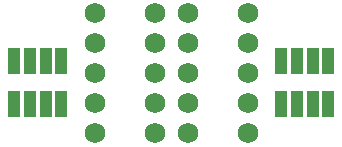
<source format=gbs>
G04 Layer_Color=16711935*
%FSTAX24Y24*%
%MOIN*%
G70*
G01*
G75*
%ADD17R,0.0395X0.0867*%
%ADD18C,0.0680*%
D17*
X043775Y029429D02*
D03*
X0443D02*
D03*
X044825D02*
D03*
X04535D02*
D03*
Y028011D02*
D03*
X044825D02*
D03*
X0443D02*
D03*
X043775D02*
D03*
X036452D02*
D03*
X035927D02*
D03*
X035402D02*
D03*
X034877D02*
D03*
Y029429D02*
D03*
X035402D02*
D03*
X035927D02*
D03*
X036452D02*
D03*
D18*
X042665Y027035D02*
D03*
Y028035D02*
D03*
Y031035D02*
D03*
Y030035D02*
D03*
Y029035D02*
D03*
X040665Y027035D02*
D03*
Y028035D02*
D03*
Y031035D02*
D03*
Y030035D02*
D03*
Y029035D02*
D03*
X039562Y027035D02*
D03*
Y028035D02*
D03*
Y031035D02*
D03*
Y030035D02*
D03*
Y029035D02*
D03*
X037562Y027035D02*
D03*
Y028035D02*
D03*
Y031035D02*
D03*
Y030035D02*
D03*
Y029035D02*
D03*
M02*

</source>
